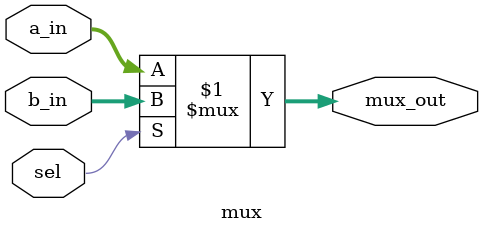
<source format=sv>
`timescale 1ns / 1ps


module mux# (parameter N=8)(
    input logic [N-1:0] a_in,
    input logic [N-1:0] b_in,
    input logic sel,
    output logic [N-1:0] mux_out
);
	
	assign mux_out = sel ? b_in : a_in; 
    
endmodule

</source>
